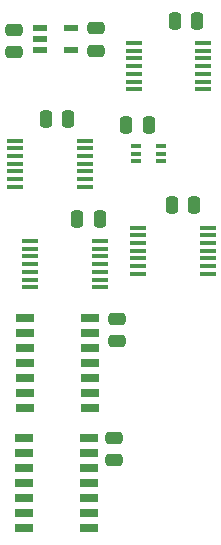
<source format=gtp>
%TF.GenerationSoftware,KiCad,Pcbnew,9.0.2*%
%TF.CreationDate,2025-06-17T09:45:12+02:00*%
%TF.ProjectId,Coprocessor Support,436f7072-6f63-4657-9373-6f7220537570,V0*%
%TF.SameCoordinates,Original*%
%TF.FileFunction,Paste,Top*%
%TF.FilePolarity,Positive*%
%FSLAX46Y46*%
G04 Gerber Fmt 4.6, Leading zero omitted, Abs format (unit mm)*
G04 Created by KiCad (PCBNEW 9.0.2) date 2025-06-17 09:45:12*
%MOMM*%
%LPD*%
G01*
G04 APERTURE LIST*
G04 Aperture macros list*
%AMRoundRect*
0 Rectangle with rounded corners*
0 $1 Rounding radius*
0 $2 $3 $4 $5 $6 $7 $8 $9 X,Y pos of 4 corners*
0 Add a 4 corners polygon primitive as box body*
4,1,4,$2,$3,$4,$5,$6,$7,$8,$9,$2,$3,0*
0 Add four circle primitives for the rounded corners*
1,1,$1+$1,$2,$3*
1,1,$1+$1,$4,$5*
1,1,$1+$1,$6,$7*
1,1,$1+$1,$8,$9*
0 Add four rect primitives between the rounded corners*
20,1,$1+$1,$2,$3,$4,$5,0*
20,1,$1+$1,$4,$5,$6,$7,0*
20,1,$1+$1,$6,$7,$8,$9,0*
20,1,$1+$1,$8,$9,$2,$3,0*%
G04 Aperture macros list end*
%ADD10R,1.475000X0.450000*%
%ADD11RoundRect,0.250000X0.250000X0.475000X-0.250000X0.475000X-0.250000X-0.475000X0.250000X-0.475000X0*%
%ADD12RoundRect,0.250000X-0.475000X0.250000X-0.475000X-0.250000X0.475000X-0.250000X0.475000X0.250000X0*%
%ADD13R,1.550000X0.650000*%
%ADD14R,1.150000X0.600000*%
%ADD15RoundRect,0.250000X0.475000X-0.250000X0.475000X0.250000X-0.475000X0.250000X-0.475000X-0.250000X0*%
%ADD16R,0.875000X0.450000*%
G04 APERTURE END LIST*
D10*
%TO.C,IC3*%
X18940000Y1950000D03*
X18940000Y1300000D03*
X18940000Y650000D03*
X18940000Y0D03*
X18940000Y-650000D03*
X18940000Y-1300000D03*
X18940000Y-1950000D03*
X13064000Y-1950000D03*
X13064000Y-1300000D03*
X13064000Y-650000D03*
X13064000Y0D03*
X13064000Y650000D03*
X13064000Y1300000D03*
X13064000Y1950000D03*
%TD*%
D11*
%TO.C,C3*%
X18460000Y3810000D03*
X16560000Y3810000D03*
%TD*%
D10*
%TO.C,IC2*%
X13445000Y-13671000D03*
X13445000Y-14321000D03*
X13445000Y-14971000D03*
X13445000Y-15621000D03*
X13445000Y-16271000D03*
X13445000Y-16921000D03*
X13445000Y-17571000D03*
X19321000Y-17571000D03*
X19321000Y-16921000D03*
X19321000Y-16271000D03*
X19321000Y-15621000D03*
X19321000Y-14971000D03*
X19321000Y-14321000D03*
X19321000Y-13671000D03*
%TD*%
D11*
%TO.C,C2*%
X18206000Y-11775000D03*
X16306000Y-11775000D03*
%TD*%
D12*
%TO.C,C42*%
X9906000Y3220000D03*
X9906000Y1320000D03*
%TD*%
D13*
%TO.C,IC5*%
X3821000Y-31496000D03*
X3821000Y-32766000D03*
X3821000Y-34036000D03*
X3821000Y-35306000D03*
X3821000Y-36576000D03*
X3821000Y-37846000D03*
X3821000Y-39116000D03*
X9271000Y-39116000D03*
X9271000Y-37846000D03*
X9271000Y-36576000D03*
X9271000Y-35306000D03*
X9271000Y-34036000D03*
X9271000Y-32766000D03*
X9271000Y-31496000D03*
%TD*%
D11*
%TO.C,C15*%
X10205000Y-12954000D03*
X8305000Y-12954000D03*
%TD*%
D14*
%TO.C,IC36*%
X5177000Y3236000D03*
X5177000Y2286000D03*
X5177000Y1336000D03*
X7777000Y1336000D03*
X7777000Y3236000D03*
%TD*%
D12*
%TO.C,C41*%
X2921000Y3093000D03*
X2921000Y1193000D03*
%TD*%
D15*
%TO.C,C14*%
X11684000Y-23286000D03*
X11684000Y-21386000D03*
%TD*%
D13*
%TO.C,IC6*%
X3879000Y-21336000D03*
X3879000Y-22606000D03*
X3879000Y-23876000D03*
X3879000Y-25146000D03*
X3879000Y-26416000D03*
X3879000Y-27686000D03*
X3879000Y-28956000D03*
X9329000Y-28956000D03*
X9329000Y-27686000D03*
X9329000Y-26416000D03*
X9329000Y-25146000D03*
X9329000Y-23876000D03*
X9329000Y-22606000D03*
X9329000Y-21336000D03*
%TD*%
D16*
%TO.C,IC4*%
X13223705Y-6752933D03*
X13223705Y-7402933D03*
X13223705Y-8052933D03*
X15347705Y-8052933D03*
X15347705Y-7402933D03*
X15347705Y-6752933D03*
%TD*%
D11*
%TO.C,C12*%
X14330705Y-4989933D03*
X12430705Y-4989933D03*
%TD*%
%TO.C,C13*%
X7538000Y-4445000D03*
X5638000Y-4445000D03*
%TD*%
D10*
%TO.C,IC7*%
X4301000Y-14814000D03*
X4301000Y-15464000D03*
X4301000Y-16114000D03*
X4301000Y-16764000D03*
X4301000Y-17414000D03*
X4301000Y-18064000D03*
X4301000Y-18714000D03*
X10177000Y-18714000D03*
X10177000Y-18064000D03*
X10177000Y-17414000D03*
X10177000Y-16764000D03*
X10177000Y-16114000D03*
X10177000Y-15464000D03*
X10177000Y-14814000D03*
%TD*%
%TO.C,IC1*%
X3031000Y-6305000D03*
X3031000Y-6955000D03*
X3031000Y-7605000D03*
X3031000Y-8255000D03*
X3031000Y-8905000D03*
X3031000Y-9555000D03*
X3031000Y-10205000D03*
X8907000Y-10205000D03*
X8907000Y-9555000D03*
X8907000Y-8905000D03*
X8907000Y-8255000D03*
X8907000Y-7605000D03*
X8907000Y-6955000D03*
X8907000Y-6305000D03*
%TD*%
D12*
%TO.C,C1*%
X11430000Y-31451000D03*
X11430000Y-33351000D03*
%TD*%
M02*

</source>
